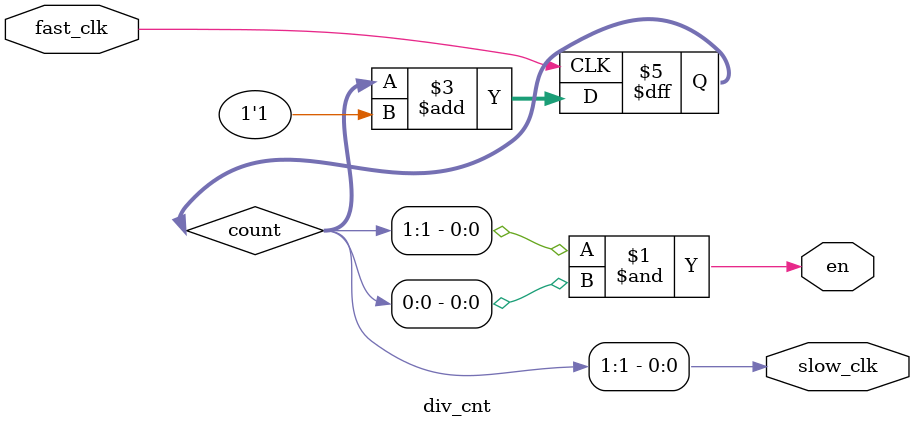
<source format=sv>
/*
ECE481 Group 2
2/25/2019
Provided by Dr. Ataur Patwary
*/


module sync_counter(input logic fast_clk, input logic [3:0] data, output logic [3:0] multiply);


logic [3:0] shift;
logic [3:0] synch;
logic [3:0] decode;
logic [3:0] comb1;
logic [3:0] comb2;
logic en, slow_clk;

div_cnt div_cnt(.fast_clk(fast_clk), .slow_clk(slow_clk), .en(en));

//tb stb( .clk_in(fast_clk), .clk_out(slow_clk));
/*
always @(*)
begin
	assign en = div_cnt[1] & div_cnt[0]; 
end*/

// Large delay cloud 1
always @(*)
begin
	comb1 [3] = synch [3] | synch[1];
	comb1 [2] = synch [2] & synch[1];
	comb1 [1] = synch [1];
	comb1 [0] = synch [1] & synch[0];
end

// Large delay cloud 2
always @(*)
begin
	comb2 [3] = decode [3] | decode[1];
	comb2 [2] = decode [2] & decode[1];
	comb2 [1] = decode [1];
	comb2 [0] = decode [1] & decode[0];
end

/*

			Flip flops

*/
// Shift register
always_ff @ (posedge fast_clk)
begin
	shift <= data;
end

// Synch Register
always_ff @ (posedge fast_clk)
begin
	if(en)
		synch <= shift;
end

/* Sync detector
// This needs to be fixed   		!!
always_ff @ (posedge fast_clk)
begin
	div_cnt [1] = 1'b1;
	div_cnt [0] = 1'b1;
end
*/

// Slow domain registers 1
always_ff @ (posedge slow_clk)
begin
	decode <= comb1;
end

// Slow domain registers 2
always_ff @ (posedge slow_clk)
begin
	multiply <= comb2;
end
endmodule


module div_cnt(input logic fast_clk, output logic slow_clk, output logic en);
	logic [1:0] count = 2'b00;
	assign slow_clk = count[1];
	assign en = count[1] & count[0];
	
	always_ff @ (posedge fast_clk)
	begin
		count <= count + 1'b1;
	end

endmodule

/*



module tb;

	reg clk_in;
	wire clk_out;

	sync_counter usc( .fast_clk(clk_in), .slow_clk(clk_out));

	initial
	begin
		clk_in = 0;
		forever 
		begin			
			#10 clk_in = ~clk_in;
			#10 clk_out = clk_in; 
		end
	end
endmodule
*/

</source>
